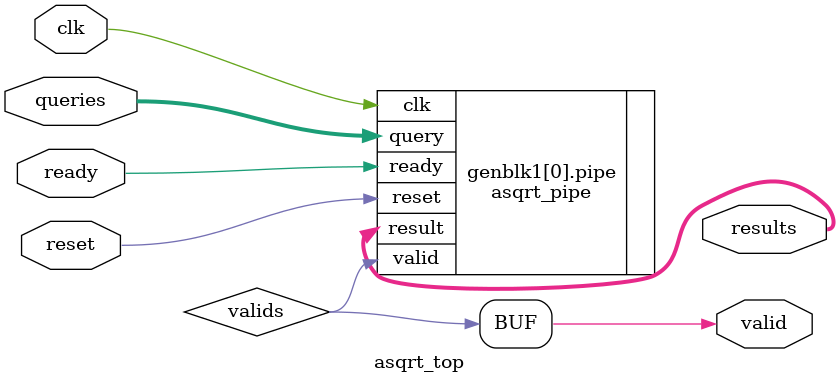
<source format=v>
module asqrt_top
#(parameter N_PIPES=1, parameter N_DEPTH=32, parameter N_CYCLES=1)
(
    input reset,
    input clk,

    input ready,
    output valid,

    input [N_PIPES*32-1:0] queries,
    output [N_PIPES*32-1:0] results
);

    wire [N_PIPES-1:0] valids;

    genvar i;
    generate
        for(i=0; i < N_PIPES; i = i + 1) begin
            asqrt_pipe #(.N_DEPTH(N_DEPTH), .N_CYCLES(N_CYCLES)) pipe (
                .clk,
                .reset,
                .ready,
                .valid(valids[i]),
                .query(queries[i * 32 +: 32]),
                .result(results[i * 32 +: 32])
            );
        end
    endgenerate

    assign valid = | {valids};

endmodule
</source>
